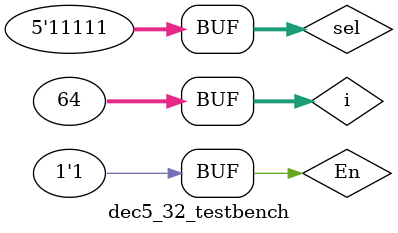
<source format=sv>


`timescale 1ns/10ps

module dec5_32 (DataOut, sel, En);
	output logic [31:0] DataOut;
	input  logic [4:0] sel;
   input  logic En;
	
	logic [1:0] v;
	
	dec1_2 dec1 (.DataOut(v), .sel(sel[4]), .En(En));
	dec4_16 dec2 (.DataOut(DataOut[15:0]),  .sel(sel[3:0]), .En(v[0]));
	dec4_16 dec3 (.DataOut(DataOut[31:16]), .sel(sel[3:0]), .En(v[1]));
endmodule

module dec5_32_testbench();
  logic [31:0] DataOut;
  logic [4:0] sel;
  logic En;

  dec5_32 dut (.DataOut, .sel, .En);

  integer i;
  initial begin
    for(i=0; i<64; i++) begin
      {En, sel} = i; #10;
    end
  end
endmodule 

</source>
